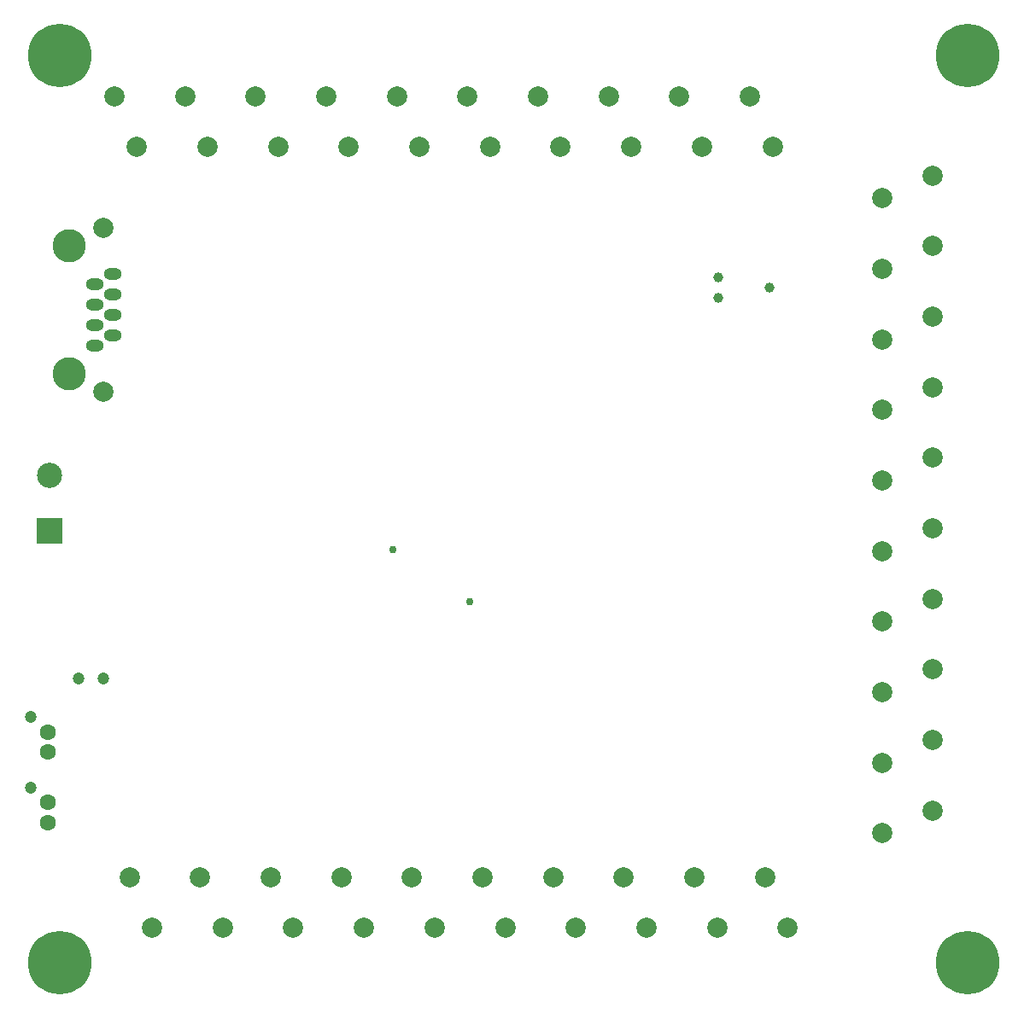
<source format=gbs>
G04 #@! TF.FileFunction,Soldermask,Bot*
%FSLAX46Y46*%
G04 Gerber Fmt 4.6, Leading zero omitted, Abs format (unit mm)*
G04 Created by KiCad (PCBNEW 4.0.4-stable) date Saturday, 15 October 2016 'PMt' 14:40:54*
%MOMM*%
%LPD*%
G01*
G04 APERTURE LIST*
%ADD10C,0.100000*%
%ADD11C,1.000000*%
%ADD12C,2.000000*%
%ADD13R,2.500000X2.500000*%
%ADD14C,2.500000*%
%ADD15C,0.750000*%
%ADD16C,1.200000*%
%ADD17C,1.600000*%
%ADD18C,6.300000*%
%ADD19C,0.600000*%
%ADD20O,1.800000X1.200000*%
%ADD21C,3.300000*%
G04 APERTURE END LIST*
D10*
D11*
X115360000Y-67995000D03*
X110280000Y-66979000D03*
X110280000Y-69011000D03*
D12*
X51875000Y-126500000D03*
X54125000Y-131500000D03*
X58875000Y-126500000D03*
X61125000Y-131500000D03*
X65875000Y-126500000D03*
X68125000Y-131500000D03*
X72875000Y-126500000D03*
X75125000Y-131500000D03*
X79875000Y-126500000D03*
X82125000Y-131500000D03*
X86875000Y-126500000D03*
X89125000Y-131500000D03*
X93875000Y-126500000D03*
X96125000Y-131500000D03*
X100875000Y-126500000D03*
X103125000Y-131500000D03*
X107875000Y-126500000D03*
X110125000Y-131500000D03*
X114875000Y-126500000D03*
X117125000Y-131500000D03*
X126500000Y-122125000D03*
X131500000Y-119875000D03*
X126500000Y-115125000D03*
X131500000Y-112875000D03*
X126500000Y-108125000D03*
X131500000Y-105875000D03*
X126500000Y-101125000D03*
X131500000Y-98875000D03*
X126500000Y-94125000D03*
X131500000Y-91875000D03*
X126500000Y-87125000D03*
X131500000Y-84875000D03*
X126500000Y-80125000D03*
X131500000Y-77875000D03*
X126500000Y-73125000D03*
X131500000Y-70875000D03*
X126500000Y-66125000D03*
X131500000Y-63875000D03*
X126500000Y-59125000D03*
X131500000Y-56875000D03*
X115625000Y-54000000D03*
X113375000Y-49000000D03*
X108625000Y-54000000D03*
X106375000Y-49000000D03*
X101625000Y-54000000D03*
X99375000Y-49000000D03*
X94625000Y-54000000D03*
X92375000Y-49000000D03*
X87625000Y-54000000D03*
X85375000Y-49000000D03*
X80625000Y-54000000D03*
X78375000Y-49000000D03*
X73625000Y-54000000D03*
X71375000Y-49000000D03*
X66625000Y-54000000D03*
X64375000Y-49000000D03*
X59625000Y-54000000D03*
X57375000Y-49000000D03*
X52625000Y-54000000D03*
X50375000Y-49000000D03*
D13*
X43960000Y-92090000D03*
D14*
X43960000Y-86590000D03*
D15*
X85570000Y-99190000D03*
X78000000Y-94000000D03*
D16*
X42060000Y-110580000D03*
D17*
X43760000Y-112080000D03*
X43760000Y-114080000D03*
D16*
X42060000Y-117580000D03*
D17*
X43760000Y-119080000D03*
X43760000Y-121080000D03*
D18*
X45000000Y-45000000D03*
D19*
X45000000Y-42500000D03*
X47500000Y-45000000D03*
X45000000Y-47500000D03*
X42500000Y-45000000D03*
X43200000Y-43200000D03*
X46800000Y-43200000D03*
X43200000Y-46800000D03*
X46800000Y-46800000D03*
D18*
X135000000Y-45000000D03*
D19*
X135000000Y-42500000D03*
X137500000Y-45000000D03*
X135000000Y-47500000D03*
X132500000Y-45000000D03*
X133200000Y-43200000D03*
X136800000Y-43200000D03*
X133200000Y-46800000D03*
X136800000Y-46800000D03*
D18*
X135000000Y-135000000D03*
D19*
X135000000Y-132500000D03*
X137500000Y-135000000D03*
X135000000Y-137500000D03*
X132500000Y-135000000D03*
X133200000Y-133200000D03*
X136800000Y-133200000D03*
X133200000Y-136800000D03*
X136800000Y-136800000D03*
D18*
X45000000Y-135000000D03*
D19*
X45000000Y-132500000D03*
X47500000Y-135000000D03*
X45000000Y-137500000D03*
X42500000Y-135000000D03*
X43200000Y-133200000D03*
X46800000Y-133200000D03*
X43200000Y-136800000D03*
X46800000Y-136800000D03*
D12*
X49289000Y-62048000D03*
D20*
X50178000Y-66620000D03*
X50178000Y-68652000D03*
X50178000Y-70684000D03*
X50178000Y-72716000D03*
X48400000Y-69668000D03*
X48400000Y-71700000D03*
X48400000Y-67636000D03*
X48400000Y-73732000D03*
D21*
X45860000Y-76526000D03*
X45860000Y-63826000D03*
D12*
X49289000Y-78304000D03*
D16*
X49270000Y-106760000D03*
X46870000Y-106760000D03*
M02*

</source>
